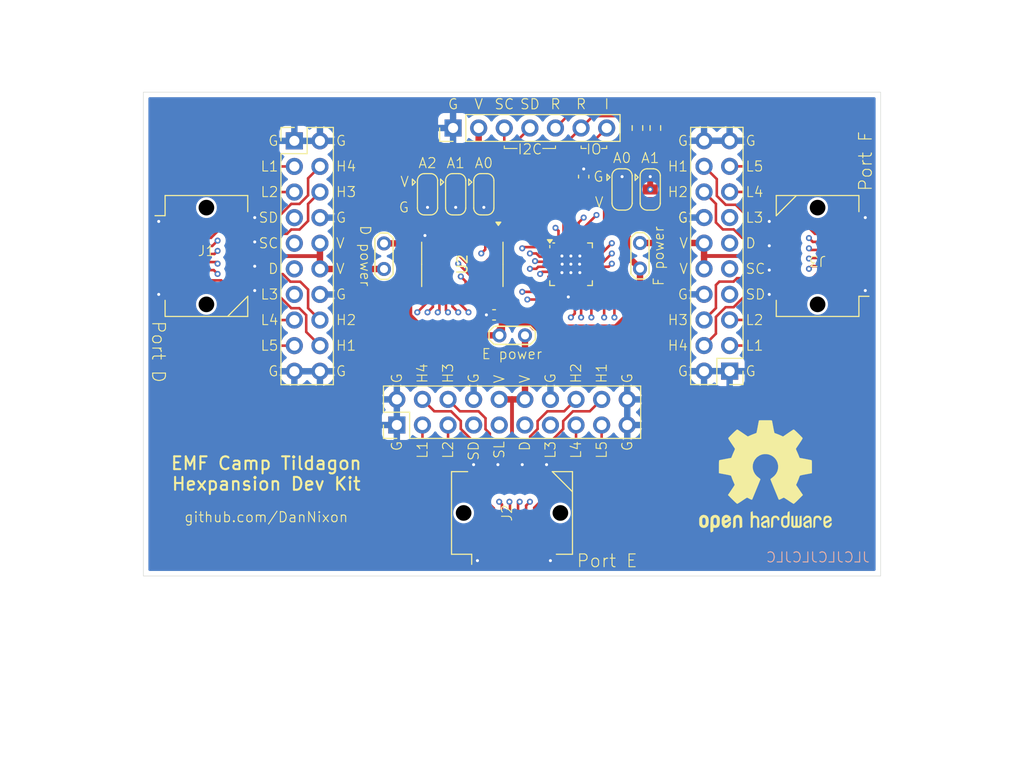
<source format=kicad_pcb>
(kicad_pcb (version 20240108) (generator "pcbnew") (generator_version "8.0")
  (layers (0 "F.Cu" signal) (1 "In1.Cu" signal) (2 "In2.Cu" signal) (31 "B.Cu" signal) (34 "B.Paste" user) (35 "F.Paste" user) (36 "B.SilkS" user "B.Silkscreen") (37 "F.SilkS" user "F.Silkscreen") (38 "B.Mask" user) (39 "F.Mask" user) (44 "Edge.Cuts" user))
  (net 0 "")
  (net 1 "GND")
  (net 2 "/PORT_D_3V3")
  (net 3 "/PORT_D_LS_1")
  (net 4 "/PORT_D_HS_4")
  (net 5 "/PORT_D_LS_3")
  (net 6 "/PORT_D_DET")
  (net 7 "/PORT_D_SDA")
  (net 8 "/PORT_D_HS_1")
  (net 9 "/PORT_D_HS_2")
  (net 10 "/PORT_D_LS_4")
  (net 11 "/PORT_D_HS_3")
  (net 12 "/PORT_D_LS_5")
  (net 13 "/PORT_D_LS_2")
  (net 14 "/PORT_D_SCL")
  (net 15 "/PORT_E_3V3")
  (net 16 "/PORT_E_HS_3")
  (net 17 "/PORT_E_LS_5")
  (net 18 "/PORT_E_LS_4")
  (net 19 "/PORT_E_LS_1")
  (net 20 "/PORT_E_LS_3")
  (net 21 "/PORT_E_HS_2")
  (net 22 "/PORT_E_HS_4")
  (net 23 "/PORT_E_SDA")
  (net 24 "/PORT_E_SCL")
  (net 25 "/PORT_E_DET")
  (net 26 "/PORT_E_HS_1")
  (net 27 "/PORT_E_LS_2")
  (net 28 "/PORT_F_HS_2")
  (net 29 "/PORT_F_3V3")
  (net 30 "/PORT_F_LS_2")
  (net 31 "/PORT_F_SCL")
  (net 32 "/PORT_F_LS_4")
  (net 33 "/PORT_F_LS_1")
  (net 34 "/PORT_F_HS_1")
  (net 35 "/PORT_F_HS_3")
  (net 36 "/PORT_F_HS_4")
  (net 37 "/PORT_F_LS_5")
  (net 38 "/PORT_F_LS_3")
  (net 39 "/PORT_F_SDA")
  (net 40 "/PORT_F_DET")
  (net 41 "/SDA")
  (net 42 "/SCL")
  (net 43 "/I2C_MUX_RST")
  (net 44 "+3V3")
  (net 45 "/IO_MUX_RST")
  (net 46 "/IO_MUX_INT")
  (net 47 "/IO_MUX_A0")
  (net 48 "/IO_MUX_A1")
  (net 49 "/I2C_MUX_A0")
  (net 50 "/I2C_MUX_A1")
  (net 51 "/I2C_MUX_A2")
  (net 53 "/SYS_SCL")
  (net 54 "/SYS_SDA")
  (footprint "TestPoint:TestPoint_2Pads_Pitch2.54mm_Drill0.8mm" (layer "F.Cu") (at 125.75 84.074)
    (property "Reference" "JP7" (hide yes))
    (property "Value" "Jumper_2_Open")
  )
  (footprint "Package_DFN_QFN:QFN-24-1EP_4x4mm_P0.5mm_EP2.7x2.6mm" (layer "F.Cu") (at 132.862 77.019)
    (property "Reference" "U1" (hide yes))
    (property "Value" "AW9523B")
  )
  (footprint "Capacitor_SMD:C_0603_1608Metric" (layer "F.Cu") (at 125.222 82.042 180)
    (property "Reference" "C2" (hide yes))
    (property "Value" "100nF")
  )
  (footprint "Resistor_SMD:R_0603_1608Metric" (layer "F.Cu") (at 139.446 63.5 90)
    (property "Reference" "R1" (hide yes))
    (property "Value" "R")
  )
  (footprint "Jumper:SolderJumper-3_P1.3mm_Bridged12_RoundedPad1.0x1.5mm" (layer "F.Cu") (at 121.412 70.074 -90)
    (property "Reference" "JP4" (hide yes))
    (property "Value" "SolderJumper_3_Bridged12")
  )
  (footprint "Jumper:SolderJumper-3_P1.3mm_Bridged12_RoundedPad1.0x1.5mm" (layer "F.Cu") (at 124.206 70.074 -90)
    (property "Reference" "JP3" (hide yes))
    (property "Value" "SolderJumper_3_Bridged12")
  )
  (footprint "Jumper:SolderJumper-3_P1.3mm_Bridged12_RoundedPad1.0x1.5mm" (layer "F.Cu") (at 140.716 69.596 -90)
    (property "Reference" "JP2" (hide yes))
    (property "Value" "SolderJumper_3_Bridged12")
  )
  (footprint "Package_SO:TSSOP-24_4.4x7.8mm_P0.65mm" (layer "F.Cu") (at 122.073 77.0305 -90)
    (property "Reference" "U2")
    (property "Value" "TCA9548APWR")
  )
  (footprint "tildagon:SFP" (layer "F.Cu") (at 127 101.694 90)
    (property "Reference" "J2")
    (property "Value" "Conn_02x10_Counter_Clockwise")
  )
  (footprint "Capacitor_SMD:C_0603_1608Metric" (layer "F.Cu") (at 134.112 68.326 90)
    (property "Reference" "C1" (hide yes))
    (property "Value" "100nF")
  )
  (footprint "Connector_PinHeader_2.54mm:PinHeader_1x07_P2.54mm_Vertical" (layer "F.Cu") (at 121.153 63.5 90)
    (property "Reference" "J4" (hide yes))
    (property "Value" "Conn_01x07")
  )
  (footprint "Resistor_SMD:R_0603_1608Metric" (layer "F.Cu") (at 141.224 63.5 90)
    (property "Reference" "R2" (hide yes))
    (property "Value" "R")
  )
  (footprint "tildagon:SFP" (layer "F.Cu") (at 96.68 76.2)
    (property "Reference" "J1")
    (property "Value" "Conn_02x10_Counter_Clockwise")
  )
  (footprint "Jumper:SolderJumper-3_P1.3mm_Bridged12_RoundedPad1.0x1.5mm" (layer "F.Cu") (at 137.922 69.596 -90)
    (property "Reference" "JP1" (hide yes))
    (property "Value" "SolderJumper_3_Bridged12")
  )
  (footprint "Connector_PinHeader_2.54mm:PinHeader_2x10_P2.54mm_Vertical" (layer "F.Cu") (at 148.595 87.625 180)
    (property "Reference" "J7" (hide yes))
    (property "Value" "Conn_02x10_Odd_Even")
  )
  (footprint "Connector_PinHeader_2.54mm:PinHeader_2x10_P2.54mm_Vertical" (layer "F.Cu") (at 105.405 64.775)
    (property "Reference" "J5" (hide yes))
    (property "Value" "Conn_02x10_Odd_Even")
  )
  (footprint "TestPoint:TestPoint_2Pads_Pitch2.54mm_Drill0.8mm" (layer "F.Cu") (at 114.3 74.95 -90)
    (property "Reference" "JP6" (hide yes))
    (property "Value" "Jumper_2_Open")
  )
  (footprint "TestPoint:TestPoint_2Pads_Pitch2.54mm_Drill0.8mm" (layer "F.Cu") (at 139.7 77.45 90)
    (property "Reference" "JP8" (hide yes))
    (property "Value" "Jumper_2_Open")
  )
  (footprint "tildagon:SFP" (layer "F.Cu") (at 157.32 76.2 180)
    (property "Reference" "J3")
    (property "Value" "Conn_02x10_Counter_Clockwise")
  )
  (footprint "Connector_PinHeader_2.54mm:PinHeader_2x10_P2.54mm_Vertical" (layer "F.Cu") (at 115.575 92.969 90)
    (property "Reference" "J6" (hide yes))
    (property "Value" "Conn_02x10_Odd_Even")
  )
  (footprint "Symbol:OSHW-Logo2_14.6x12mm_SilkScreen" (layer "F.Cu") (at 152.146 98.044)
    (property "Reference" "REF**" (hide yes))
    (property "Value" "OSHW-Logo2_14.6x12mm_SilkScreen" (hide yes))
  )
  (footprint "Jumper:SolderJumper-3_P1.3mm_Bridged12_RoundedPad1.0x1.5mm" (layer "F.Cu") (at 118.618 70.074 -90)
    (property "Reference" "JP5" (hide yes))
    (property "Value" "SolderJumper_3_Bridged12")
  )
  (gr_line (start 131.318 65.532) (end 131.318 65.278) (stroke (width 0.1)) (layer "F.SilkS"))
  (gr_line (start 136.398 65.532) (end 136.398 65.278) (stroke (width 0.1)) (layer "F.SilkS"))
  (gr_line (start 135.89 65.532) (end 136.398 65.532) (stroke (width 0.1)) (layer "F.SilkS"))
  (gr_line (start 127.508 65.532) (end 126.238 65.532) (stroke (width 0.1)) (layer "F.SilkS"))
  (gr_line (start 133.858 65.532) (end 133.858 65.278) (stroke (width 0.1)) (layer "F.SilkS"))
  (gr_line (start 126.238 65.532) (end 126.238 65.278) (stroke (width 0.1)) (layer "F.SilkS"))
  (gr_line (start 130.048 65.532) (end 131.318 65.532) (stroke (width 0.1)) (layer "F.SilkS"))
  (gr_line (start 134.366 65.532) (end 133.858 65.532) (stroke (width 0.1)) (layer "F.SilkS"))
  (gr_rect (start 90.424 59.944) (end 163.576 107.95) (stroke (width 0.05)) (fill none) (layer "Edge.Cuts"))
  (gr_text "JLCJLCJLCJLC" (at 162.56 106.68 0) (layer "B.SilkS") (effects (font (size 1 1) (thickness 0.1)) (justify left bottom mirror)))
  (gr_text "R" (at 133.858 61.722 0) (layer "F.SilkS") (effects (font (size 1 1) (thickness 0.1)) (justify bottom)))
  (gr_text "H1" (at 135.89 88.9 90) (layer "F.SilkS") (effects (font (size 1 1) (thickness 0.1)) (justify left)))
  (gr_text "L4" (at 150.114 69.85 0) (layer "F.SilkS") (effects (font (size 1 1) (thickness 0.1)) (justify left)))
  (gr_text "R" (at 131.318 61.722 0) (layer "F.SilkS") (effects (font (size 1 1) (thickness 0.1)) (justify bottom)))
  (gr_text "L4" (at 103.886 82.55 0) (layer "F.SilkS") (effects (font (size 1 1) (thickness 0.1)) (justify right)))
  (gr_text "SL" (at 125.73 94.488 90) (layer "F.SilkS") (effects (font (size 1 1) (thickness 0.1)) (justify right)))
  (gr_text "V" (at 116.84 68.834 0) (layer "F.SilkS") (effects (font (size 1 1) (thickness 0.1)) (justify right)))
  (gr_text "H2" (at 109.474 82.55 0) (layer "F.SilkS") (effects (font (size 1 1) (thickness 0.1)) (justify left)))
  (gr_text "D" (at 128.27 94.488 90) (layer "F.SilkS") (effects (font (size 1 1) (thickness 0.1)) (justify right)))
  (gr_text "SD" (at 103.886 72.39 0) (layer "F.SilkS") (effects (font (size 1 1) (thickness 0.1)) (justify right)))
  (gr_text "D" (at 150.114 74.93 0) (layer "F.SilkS") (effects (font (size 1 1) (thickness 0.1)) (justify left)))
  (gr_text "SC" (at 103.886 74.93 0) (layer "F.SilkS") (effects (font (size 1 1) (thickness 0.1)) (justify right)))
  (gr_text "Port D" (at 91.186 82.55 270) (layer "F.SilkS") (effects (font (size 1.27 1.27) (thickness 0.1016)) (justify left bottom)))
  (gr_text "A2" (at 118.618 67.564 0) (layer "F.SilkS") (effects (font (size 1 1) (thickness 0.1)) (justify bottom)))
  (gr_text "V" (at 144.526 77.47 0) (layer "F.SilkS") (effects (font (size 1 1) (thickness 0.1)) (justify right)))
  (gr_text "E power" (at 127 85.344 0) (layer "F.SilkS") (effects (font (size 1 1) (thickness 0.1)) (justify top)))
  (gr_text "G" (at 144.526 80.01 0) (layer "F.SilkS") (effects (font (size 1 1) (thickness 0.1)) (justify right)))
  (gr_text "Port F" (at 162.814 69.85 90) (layer "F.SilkS") (effects (font (size 1.27 1.27) (thickness 0.1016)) (justify left bottom)))
  (gr_text "A1" (at 140.716 67.056 0) (layer "F.SilkS") (effects (font (size 1 1) (thickness 0.1)) (justify bottom)))
  (gr_text "H4" (at 144.526 85.09 0) (layer "F.SilkS") (effects (font (size 1 1) (thickness 0.1)) (justify right)))
  (gr_text "L2" (at 150.114 82.55 0) (layer "F.SilkS") (effects (font (size 1 1) (thickness 0.1)) (justify left)))
  (gr_text "G" (at 150.114 87.63 0) (layer "F.SilkS") (effects (font (size 1 1) (thickness 0.1)) (justify left)))
  (gr_text "G" (at 116.84 71.374 0) (layer "F.SilkS") (effects (font (size 1 1) (thickness 0.1)) (justify right)))
  (gr_text "G" (at 103.886 64.77 0) (layer "F.SilkS") (effects (font (size 1 1) (thickness 0.1)) (justify right)))
  (gr_text "A0" (at 137.922 67.056 0) (layer "F.SilkS") (effects (font (size 1 1) (thickness 0.1)) (justify bottom)))
  (gr_text "V" (at 109.474 77.47 0) (layer "F.SilkS") (effects (font (size 1 1) (thickness 0.1)) (justify left)))
  (gr_text "SC" (at 126.238 61.722 0) (layer "F.SilkS") (effects (font (size 1 1) (thickness 0.1)) (justify bottom)))
  (gr_text "L3" (at 150.114 72.39 0) (layer "F.SilkS") (effects (font (size 1 1) (thickness 0.1)) (justify left)))
  (gr_text "D" (at 103.886 77.47 0) (layer "F.SilkS") (effects (font (size 1 1) (thickness 0.1)) (justify right)))
  (gr_text "SD" (at 128.778 61.722 0) (layer "F.SilkS") (effects (font (size 1 1) (thickness 0.1)) (justify bottom)))
  (gr_text "SC" (at 150.114 77.47 0) (layer "F.SilkS") (effects (font (size 1 1) (thickness 0.1)) (justify left)))
  (gr_text "L5" (at 150.114 67.31 0) (layer "F.SilkS") (effects (font (size 1 1) (thickness 0.1)) (justify left)))
  (gr_text "G" (at 130.81 88.9 90) (layer "F.SilkS") (effects (font (size 1 1) (thickness 0.1)) (justify left)))
  (gr_text "G" (at 103.886 87.63 0) (layer "F.SilkS") (effects (font (size 1 1) (thickness 0.1)) (justify right)))
  (gr_text "G" (at 144.526 72.39 0) (layer "F.SilkS") (effects (font (size 1 1) (thickness 0.1)) (justify right)))
  (gr_text "L5" (at 103.886 85.09 0) (layer "F.SilkS") (effects (font (size 1 1) (thickness 0.1)) (justify right)))
  (gr_text "IO" (at 135.128 65.024 0) (layer "F.SilkS") (effects (font (size 1 1) (thickness 0.1)) (justify top)))
  (gr_text "V" (at 109.474 74.93 0) (layer "F.SilkS") (effects (font (size 1 1) (thickness 0.1)) (justify left)))
  (gr_text "V" (at 144.526 74.93 0) (layer "F.SilkS") (effects (font (size 1 1) (thickness 0.1)) (justify right)))
  (gr_text "G" (at 109.474 87.63 0) (layer "F.SilkS") (effects (font (size 1 1) (thickness 0.1)) (justify left)))
  (gr_text "H3" (at 144.526 82.55 0) (layer "F.SilkS") (effects (font (size 1 1) (thickness 0.1)) (justify right)))
  (gr_text "SD" (at 150.114 80.01 0) (layer "F.SilkS") (effects (font (size 1 1) (thickness 0.1)) (justify left)))
  (gr_text "L1" (at 103.886 67.31 0) (layer "F.SilkS") (effects (font (size 1 1) (thickness 0.1)) (justify right)))
  (gr_text "G" (at 144.526 64.77 0) (layer "F.SilkS") (effects (font (size 1 1) (thickness 0.1)) (justify right)))
  (gr_text "L2" (at 120.65 94.488 90) (layer "F.SilkS") (effects (font (size 1 1) (thickness 0.1)) (justify right)))
  (gr_text "G" (at 115.57 94.488 90) (layer "F.SilkS") (effects (font (size 1 1) (thickness 0.1)) (justify right)))
  (gr_text "L1" (at 150.114 85.09 0) (layer "F.SilkS") (effects (font (size 1 1) (thickness 0.1)) (justify left)))
  (gr_text "H3" (at 109.474 69.85 0) (layer "F.SilkS") (effects (font (size 1 1) (thickness 0.1)) (justify left)))
  (gr_text "G" (at 150.114 64.77 0) (layer "F.SilkS") (effects (font (size 1 1) (thickness 0.1)) (justify left)))
  (gr_text "H1" (at 109.474 85.09 0) (layer "F.SilkS") (effects (font (size 1 1) (thickness 0.1)) (justify left)))
  (gr_text "G" (at 109.474 64.77 0) (layer "F.SilkS") (effects (font (size 1 1) (thickness 0.1)) (justify left)))
  (gr_text "L5" (at 135.89 94.488 90) (layer "F.SilkS") (effects (font (size 1 1) (thickness 0.1)) (justify right)))
  (gr_text "github.com/DanNixon" (at 102.616 102.108 0) (layer "F.SilkS") (effects (font (size 1 1) (thickness 0.1))))
  (gr_text "L2" (at 103.886 69.85 0) (layer "F.SilkS") (effects (font (size 1 1) (thickness 0.1)) (justify right)))
  (gr_text "H1" (at 144.526 67.31 0) (layer "F.SilkS") (effects (font (size 1 1) (thickness 0.1)) (justify right)))
  (gr_text "V" (at 123.698 61.722 0) (layer "F.SilkS") (effects (font (size 1 1) (thickness 0.1)) (justify bottom)))
  (gr_text "V" (at 136.144 70.866 0) (layer "F.SilkS") (effects (font (size 1 1) (thickness 0.1)) (justify right)))
  (gr_text "G" (at 109.474 72.39 0) (layer "F.SilkS") (effects (font (size 1 1) (thickness 0.1)) (justify left)))
  (gr_text "H2" (at 133.35 88.9 90) (layer "F.SilkS") (effects (font (size 1 1) (thickness 0.1)) (justify left)))
  (gr_text "A1" (at 121.412 67.564 0) (layer "F.SilkS") (effects (font (size 1 1) (thickness 0.1)) (justify bottom)))
  (gr_text "SD" (at 123.19 94.488 90) (layer "F.SilkS") (effects (font (size 1 1) (thickness 0.1)) (justify right)))
  (gr_text "G" (at 138.43 94.488 90) (layer "F.SilkS") (effects (font (size 1 1) (thickness 0.1)) (justify right)))
  (gr_text "I" (at 136.398 61.722 0) (layer "F.SilkS") (effects (font (size 1 1) (thickness 0.1)) (justify bottom)))
  (gr_text "G" (at 121.158 61.722 0) (layer "F.SilkS") (effects (font (size 1 1) (thickness 0.1)) (justify bottom)))
  (gr_text "G" (at 115.57 88.9 90) (layer "F.SilkS") (effects (font (size 1 1) (thickness 0.1)) (justify left)))
  (gr_text "H2" (at 144.526 69.85 0) (layer "F.SilkS") (effects (font (size 1 1) (thickness 0.1)) (justify right)))
  (gr_text "L3" (at 130.81 94.488 90) (layer "F.SilkS") (effects (font (size 1 1) (thickness 0.1)) (justify right)))
  (gr_text "L3" (at 103.886 80.01 0) (layer "F.SilkS") (effects (font (size 1 1) (thickness 0.1)) (justify right)))
  (gr_text "G" (at 136.144 68.326 0) (layer "F.SilkS") (effects (font (size 1 1) (thickness 0.1)) (justify right)))
  (gr_text "G" (at 144.526 72.39 0) (layer "F.SilkS") (effects (font (size 1 1) (thickness 0.1)) (justify right)))
  (gr_text "F power" (at 140.97 76.2 90) (layer "F.SilkS") (effects (font (size 1 1) (thickness 0.1)) (justify top)))
  (gr_text "V" (at 125.73 88.9 90) (layer "F.SilkS") (effects (font (size 1 1) (thickness 0.1)) (justify left)))
  (gr_text "H4" (at 118.11 88.9 90) (layer "F.SilkS") (effects (font (size 1 1) (thickness 0.1)) (justify left)))
  (gr_text "G" (at 138.43 88.9 90) (layer "F.SilkS") (effects (font (size 1 1) (thickness 0.1)) (justify left)))
  (gr_text "G" (at 123.19 88.9 90) (layer "F.SilkS") (effects (font (size 1 1) (thickness 0.1)) (justify left)))
  (gr_text "H4" (at 109.474 67.31 0) (layer "F.SilkS") (effects (font (size 1 1) (thickness 0.1)) (justify left)))
  (gr_text "H3" (at 120.65 88.9 90) (layer "F.SilkS") (effects (font (size 1 1) (thickness 0.1)) (justify left)))
  (gr_text "Port E" (at 133.35 107.188 0) (layer "F.SilkS") (effects (font (size 1.27 1.27) (thickness 0.1016)) (justify left bottom)))
  (gr_text "A0" (at 124.206 67.564 0) (layer "F.SilkS") (effects (font (size 1 1) (thickness 0.1)) (justify bottom)))
  (gr_text "G" (at 144.526 87.63 0) (layer "F.SilkS") (effects (font (size 1 1) (thickness 0.1)) (justify right)))
  (gr_text "D power" (at 113.03 76.2 -90) (layer "F.SilkS") (effects (font (size 1 1) (thickness 0.1)) (justify top)))
  (gr_text "EMF Camp Tildagon\nHexpansion Dev Kit" (at 102.616 97.79 0) (layer "F.SilkS") (effects (font (size 1.27 1.27) (thickness 0.2032))))
  (gr_text "G" (at 109.474 80.01 0) (layer "F.SilkS") (effects (font (size 1 1) (thickness 0.1)) (justify left)))
  (gr_text "I2C" (at 128.778 65.024 0) (layer "F.SilkS") (effects (font (size 1 1) (thickness 0.1)) (justify top)))
  (gr_text "V" (at 128.27 88.9 90) (layer "F.SilkS") (effects (font (size 1 1) (thickness 0.1)) (justify left)))
  (gr_text "L1" (at 118.11 94.488 90) (layer "F.SilkS") (effects (font (size 1 1) (thickness 0.1)) (justify right)))
  (gr_text "L4" (at 133.35 94.488 90) (layer "F.SilkS") (effects (font (size 1 1) (thickness 0.1)) (justify right)))
  (segment (start 132.612 80.24) (end 132.588 80.264) (width 0.254) (layer "F.Cu") (net 1))
  (segment (start 132.612 78.994) (end 132.612 80.24) (width 0.254) (layer "F.Cu") (net 1))
  (via (at 128.016 96.901) (size 0.6) (drill 0.3) (layers "F.Cu" "B.Cu") (net 1))
  (via (at 131.953 77.851) (size 0.6) (drill 0.3) (layers "F.Cu" "B.Cu") (net 1))
  (via (at 152.527 75.184) (size 0.6) (drill 0.3) (layers "F.Cu" "B.Cu") (net 1))
  (via (at 118.618 71.374) (size 0.6) (drill 0.3) (layers "F.Cu" "B.Cu") (net 1))
  (via (at 130.81 106.426) (size 0.6) (drill 0.3) (layers "F.Cu" "B.Cu") (net 1))
  (via (at 124.46 82.042) (size 0.6) (drill 0.3) (layers "F.Cu" "B.Cu") (net 1))
  (via (at 131.953 76.2) (size 0.6) (drill 0.3) (layers "F.Cu" "B.Cu") (net 1))
  (via (at 140.716 68.326) (size 0.6) (drill 0.3) (layers "F.Cu" "B.Cu") (net 1))
  (via (at 132.842 76.2) (size 0.6) (drill 0.3) (layers "F.Cu" "B.Cu") (net 1))
  (via (at 91.948 80.01) (size 0.6) (drill 0.3) (layers "F.Cu" "B.Cu") (net 1))
  (via (at 137.922 68.326) (size 0.6) (drill 0.3) (layers "F.Cu" "B.Cu") (net 1))
  (via (at 121.412 71.374) (size 0.6) (drill 0.3) (layers "F.Cu" "B.Cu") (net 1))
  (via (at 133.7056 77.0128) (size 0.6) (drill 0.3) (layers "F.Cu" "B.Cu") (net 1))
  (via (at 101.473 72.39) (size 0.6) (drill 0.3) (layers "F.Cu" "B.Cu") (net 1))
  (via (at 132.588 80.264) (size 0.6) (drill 0.3) (layers "F.Cu" "B.Cu") (net 1))
  (via (at 118.364 74.168) (size 0.6) (drill 0.3) (layers "F.Cu" "B.Cu") (net 1))
  (via (at 101.473 77.216) (size 0.6) (drill 0.3) (layers "F.Cu" "B.Cu") (net 1))
  (via (at 101.473 79.629) (size 0.6) (drill 0.3) (layers "F.Cu" "B.Cu") (net 1))
  (via (at 123.571 106.426) (size 0.6) (drill 0.3) (layers "F.Cu" "B.Cu") (net 1))
  (via (at 152.527 72.771) (size 0.6) (drill 0.3) (layers "F.Cu" "B.Cu") (net 1))
  (via (at 91.948 72.771) (size 0.6) (drill 0.3) (layers "F.Cu" "B.Cu") (net 1))
  (via (at 132.842 77.851) (size 0.6) (drill 0.3) (layers "F.Cu" "B.Cu") (net 1))
  (via (at 123.19 96.901) (size 0.6) (drill 0.3) (layers "F.Cu" "B.Cu") (net 1))
  (via (at 101.473 74.803) (size 0.6) (drill 0.3) (layers "F.Cu" "B.Cu") (net 1))
  (via (at 132.842 77.0128) (size 0.6) (drill 0.3) (layers "F.Cu" "B.Cu") (net 1))
  (via (at 130.429 96.901) (size 0.6) (drill 0.3) (layers "F.Cu" "B.Cu") (net 1))
  (via (at 162.052 79.629) (size 0.6) (drill 0.3) (layers "F.Cu" "B.Cu") (net 1))
  (via (at 162.052 72.39) (size 0.6) (drill 0.3) (layers "F.Cu" "B.Cu") (net 1))
  (via (at 125.603 96.901) (size 0.6) (drill 0.3) (layers "F.Cu" "B.Cu") (net 1))
  (via (at 124.206 71.374) (size 0.6) (drill 0.3) (layers "F.Cu" "B.Cu") (net 1))
  (via (at 133.731 76.2) (size 0.6) (drill 0.3) (layers "F.Cu" "B.Cu") (net 1))
  (via (at 152.527 77.597) (size 0.6) (drill 0.3) (layers "F.Cu" "B.Cu") (net 1))
  (via (at 152.527 80.01) (size 0.6) (drill 0.3) (layers "F.Cu" "B.Cu") (net 1))
  (via (at 131.9784 77.0128) (size 0.6) (drill 0.3) (layers "F.Cu" "B.Cu") (net 1))
  (via (at 134.112 67.564) (size 0.6) (drill 0.3) (layers "F.Cu" "B.Cu") (net 1))
  (via (at 133.731 77.851) (size 0.6) (drill 0.3) (layers "F.Cu" "B.Cu") (net 1))
  (segment (start 100.97 76.21) (end 100.78 76.4) (width 0.381) (layer "F.Cu") (net 2))
  (segment (start 107.945 76.21) (end 100.97 76.21) (width 0.381) (layer "F.Cu") (net 2))
  (segment (start 107.96 77.49) (end 107.945 77.475) (width 0.635) (layer "F.Cu") (net 2))
  (segment (start 114.3 77.49) (end 107.96 77.49) (width 0.635) (layer "F.Cu") (net 2))
  (segment (start 100.78 75.6) (end 100.78 76.4) (width 0.508) (layer "F.Cu") (net 2))
  (segment (start 107.945 74.935) (end 107.945 77.475) (width 0.635) (layer "F.Cu") (net 2))
  (segment (start 130.887 75.769) (end 130.437 75.319) (width 0.254) (layer "F.Cu") (net 3))
  (segment (start 97.29526 73.6) (end 103.58026 67.315) (width 0.254) (layer "F.Cu") (net 3))
  (segment (start 130.437 75.319) (end 128.135 75.319) (width 0.254) (layer "F.Cu") (net 3))
  (segment (start 103.58026 67.315) (end 105.405 67.315) (width 0.254) (layer "F.Cu") (net 3))
  (segment (start 92.58 73.6) (end 97.29526 73.6) (width 0.254) (layer "F.Cu") (net 3))
  (segment (start 128.135 75.319) (end 128.016 75.438) (width 0.254) (layer "F.Cu") (net 3))
  (via (at 128.016 75.438) (size 0.6) (drill 0.3) (layers "F.Cu" "B.Cu") (net 3))
  (segment (start 106.768 70.182) (end 106.768 68.492) (width 0.254) (layer "F.Cu") (net 4))
  (segment (start 102.93547 73.2) (end 105.10347 71.032) (width 0.254) (layer "F.Cu") (net 4))
  (segment (start 105.10347 71.032) (end 105.918 71.032) (width 0.254) (layer "F.Cu") (net 4))
  (segment (start 100.78 73.2) (end 102.93547 73.2) (width 0.254) (layer "F.Cu") (net 4))
  (segment (start 106.768 68.492) (end 107.945 67.315) (width 0.254) (layer "F.Cu") (net 4))
  (segment (start 105.918 71.032) (end 106.768 70.182) (width 0.254) (layer "F.Cu") (net 4))
  (segment (start 130.887 76.769) (end 129.347 76.769) (width 0.254) (layer "F.Cu") (net 5))
  (segment (start 97.412 77.6) (end 97.79 77.978) (width 0.254) (layer "F.Cu") (net 5))
  (segment (start 129.347 76.769) (end 129.286 76.708) (width 0.254) (layer "F.Cu") (net 5))
  (segment (start 92.58 77.6) (end 97.412 77.6) (width 0.254) (layer "F.Cu") (net 5))
  (via (at 129.286 76.708) (size 0.6) (drill 0.3) (layers "F.Cu" "B.Cu") (net 5))
  (via (at 97.79 77.978) (size 0.6) (drill 0.3) (layers "F.Cu" "B.Cu") (net 5))
  (segment (start 97.628 76.8) (end 97.79 76.962) (width 0.254) (layer "F.Cu") (net 6))
  (segment (start 92.58 76.8) (end 97.628 76.8) (width 0.254) (layer "F.Cu") (net 6))
  (via (at 97.79 76.962) (size 0.6) (drill 0.3) (layers "F.Cu" "B.Cu") (net 6))
  (segment (start 92.58 75.2) (end 97.266 75.2) (width 0.254) (layer "F.Cu") (net 7))
  (segment (start 118.498 79.893) (end 118.498 80.892) (width 0.254) (layer "F.Cu") (net 7))
  (segment (start 97.266 75.2) (end 97.79 74.676) (width 0.254) (layer "F.Cu") (net 7))
  (segment (start 118.498 80.892) (end 117.602 81.788) (width 0.254) (layer "F.Cu") (net 7))
  (via (at 97.79 74.676) (size 0.6) (drill 0.3) (layers "F.Cu" "B.Cu") (net 7))
  (via (at 117.602 81.788) (size 0.6) (drill 0.3) (layers "F.Cu" "B.Cu") (net 7))
  (segment (start 106.582 83.732) (end 107.945 85.095) (width 0.254) (layer "F.Cu") (net 8))
  (segment (start 100.78 78.8) (end 102.52547 78.8) (width 0.254) (layer "F.Cu") (net 8))
  (segment (start 106.582 82.06747) (end 106.582 83.732) (width 0.254) (layer "F.Cu") (net 8))
  (segment (start 102.52547 78.8) (end 105.10347 81.378) (width 0.254) (layer "F.Cu") (net 8))
  (segment (start 105.89253 81.378) (end 106.582 82.06747) (width 0.254) (layer "F.Cu") (net 8))
  (segment (start 105.10347 81.378) (end 105.89253 81.378) (width 0.254) (layer "F.Cu") (net 8))
  (segment (start 105.99053 78.75) (end 106.768 79.52747) (width 0.254) (layer "F.Cu") (net 9))
  (segment (start 104.26547 78) (end 105.01547 78.75) (width 0.254) (layer "F.Cu") (net 9))
  (segment (start 106.768 81.378) (end 107.945 82.555) (width 0.254) (layer "F.Cu") (net 9))
  (segment (start 100.78 78) (end 104.26547 78) (width 0.254) (layer "F.Cu") (net 9))
  (segment (start 106.768 79.52747) (end 106.768 81.378) (width 0.254) (layer "F.Cu") (net 9))
  (segment (start 105.01547 78.75) (end 105.99053 78.75) (width 0.254) (layer "F.Cu") (net 9))
  (segment (start 129.611712 77.269) (end 129.410712 77.47) (width 0.254) (layer "F.Cu") (net 10))
  (segment (start 130.887 77.269) (end 129.611712 77.269) (width 0.254) (layer "F.Cu") (net 10))
  (segment (start 102.092312 82.555) (end 105.405 82.555) (width 0.254) (layer "F.Cu") (net 10))
  (segment (start 129.410712 77.47) (end 128.778 77.47) (width 0.254) (layer "F.Cu") (net 10))
  (segment (start 92.58 78.4) (end 92.795 78.615) (width 0.254) (layer "F.Cu") (net 10))
  (segment (start 92.795 78.615) (end 98.152312 78.615) (width 0.254) (layer "F.Cu") (net 10))
  (segment (start 98.152312 78.615) (end 102.092312 82.555) (width 0.254) (layer "F.Cu") (net 10))
  (via (at 128.778 77.47) (size 0.6) (drill 0.3) (layers "F.Cu" "B.Cu") (net 10))
  (segment (start 100.78 74) (end 104.67547 74) (width 0.254) (layer "F.Cu") (net 11))
  (segment (start 106.768 72.722) (end 106.768 71.032) (width 0.254) (layer "F.Cu") (net 11))
  (segment (start 105.918 73.572) (end 106.768 72.722) (width 0.254) (layer "F.Cu") (net 11))
  (segment (start 105.10347 73.572) (end 105.918 73.572) (width 0.254) (layer "F.Cu") (net 11))
  (segment (start 104.67547 74) (end 105.10347 73.572) (width 0.254) (layer "F.Cu") (net 11))
  (segment (start 106.768 71.032) (end 107.945 69.855) (width 0.254) (layer "F.Cu") (net 11))
  (segment (start 92.58 79.2) (end 98.09526 79.2) (width 0.254) (layer "F.Cu") (net 12))
  (segment (start 98.09526 79.2) (end 103.99026 85.095) (width 0.254) (layer "F.Cu") (net 12))
  (segment (start 130.003 77.769) (end 129.794 77.978) (width 0.254) (layer "F.Cu") (net 12))
  (segment (start 103.99026 85.095) (end 105.405 85.095) (width 0.254) (layer "F.Cu") (net 12))
  (segment (start 130.887 77.769) (end 130.003 77.769) (width 0.254) (layer "F.Cu") (net 12))
  (via (at 129.794 77.978) (size 0.6) (drill 0.3) (layers "F.Cu" "B.Cu") (net 12))
  (segment (start 97.137312 74.4) (end 101.682312 69.855) (width 0.254) (layer "F.Cu") (net 13))
  (segment (start 129.410712 75.946) (end 128.778 75.946) (width 0.254) (layer "F.Cu") (net 13))
  (segment (start 101.682312 69.855) (end 105.405 69.855) (width 0.254) (layer "F.Cu") (net 13))
  (segment (start 92.58 74.4) (end 97.137312 74.4) (width 0.254) (layer "F.Cu") (net 13))
  (segment (start 129.733712 76.269) (end 129.410712 75.946) (width 0.254) (layer "F.Cu") (net 13))
  (segment (start 130.887 76.269) (end 129.733712 76.269) (width 0.254) (layer "F.Cu") (net 13))
  (via (at 128.778 75.946) (size 0.6) (drill 0.3) (layers "F.Cu" "B.Cu") (net 13))
  (segment (start 92.58 76) (end 97.482 76) (width 0.254) (layer "F.Cu") (net 14))
  (segment (start 97.482 76) (end 97.79 75.692) (width 0.254) (layer "F.Cu") (net 14))
  (segment (start 119.148 79.893) (end 119.148 81.258) (width 0.254) (layer "F.Cu") (net 14))
  (segment (start 119.148 81.258) (end 118.618 81.788) (width 0.254) (layer "F.Cu") (net 14))
  (via (at 97.79 75.692) (size 0.6) (drill 0.3) (layers "F.Cu" "B.Cu") (net 14))
  (via (at 118.618 81.788) (size 0.6) (drill 0.3) (layers "F.Cu" "B.Cu") (net 14))
  (segment (start 127 90.429) (end 127 97.394) (width 0.381) (layer "F.Cu") (net 15))
  (segment (start 127 90.429) (end 125.735 90.429) (width 0.635) (layer "F.Cu") (net 15))
  (segment (start 126.4 97.594) (end 127.2 97.594) (width 0.508) (layer "F.Cu") (net 15))
  (segment (start 128.29 84.074) (end 128.29 90.414) (width 0.635) (layer "F.Cu") (net 15))
  (segment (start 127 97.394) (end 127.2 97.594) (width 0.381) (layer "F.Cu") (net 15))
  (segment (start 128.275 90.429) (end 127 90.429) (width 0.635) (layer "F.Cu") (net 15))
  (segment (start 128.29 90.414) (end 128.275 90.429) (width 0.635) (layer "F.Cu") (net 15))
  (segment (start 124.372 92.29547) (end 123.68253 91.606) (width 0.254) (layer "F.Cu") (net 16))
  (segment (start 123.68253 91.606) (end 121.832 91.606) (width 0.254) (layer "F.Cu") (net 16))
  (segment (start 124.8 97.594) (end 124.8 93.812) (width 0.254) (layer "F.Cu") (net 16))
  (segment (start 121.832 91.606) (end 120.655 90.429) (width 0.254) (layer "F.Cu") (net 16))
  (segment (start 124.8 93.812) (end 124.372 93.384) (width 0.254) (layer "F.Cu") (net 16))
  (segment (start 124.372 93.384) (end 124.372 92.29547) (width 0.254) (layer "F.Cu") (net 16))
  (segment (start 134.112 78.994) (end 134.874 79.756) (width 0.254) (layer "F.Cu") (net 17))
  (segment (start 130 101.020052) (end 135.895 95.125052) (width 0.254) (layer "F.Cu") (net 17))
  (segment (start 130 105.794) (end 130 101.020052) (width 0.254) (layer "F.Cu") (net 17))
  (segment (start 135.895 95.125052) (end 135.895 92.969) (width 0.254) (layer "F.Cu") (net 17))
  (segment (start 134.874 79.756) (end 134.874 82.296) (width 0.254) (layer "F.Cu") (net 17))
  (via (at 134.874 82.296) (size 0.6) (drill 0.3) (layers "F.Cu" "B.Cu") (net 17))
  (segment (start 133.355 97.023) (end 133.355 92.969) (width 0.254) (layer "F.Cu") (net 18))
  (segment (start 133.997052 92.969) (end 133.355 92.969) (width 0.254) (layer "F.Cu") (net 18))
  (segment (start 129.2 101.178) (end 133.355 97.023) (width 0.254) (layer "F.Cu") (net 18))
  (segment (start 133.612 79.759235) (end 133.858 80.005235) (width 0.254) (layer "F.Cu") (net 18))
  (segment (start 133.612 78.994) (end 133.612 79.759235) (width 0.254) (layer "F.Cu") (net 18))
  (segment (start 133.858 80.005235) (end 133.858 82.296) (width 0.254) (layer "F.Cu") (net 18))
  (segment (start 129.2 105.794) (end 129.2 101.178) (width 0.254) (layer "F.Cu") (net 18))
  (via (at 133.858 82.296) (size 0.6) (drill 0.3) (layers "F.Cu" "B.Cu") (net 18))
  (segment (start 124.4 105.794) (end 124.4 101.07874) (width 0.254) (layer "F.Cu") (net 19))
  (segment (start 118.115 94.79374) (end 118.115 92.969) (width 0.254) (layer "F.Cu") (net 19))
  (segment (start 131.612 78.994) (end 130.85 79.756) (width 0.254) (layer "F.Cu") (net 19))
  (segment (start 130.85 79.756) (end 128.016 79.756) (width 0.254) (layer "F.Cu") (net 19))
  (segment (start 124.4 101.07874) (end 118.115 94.79374) (width 0.254) (layer "F.Cu") (net 19))
  (via (at 128.016 79.756) (size 0.6) (drill 0.3) (layers "F.Cu" "B.Cu") (net 19))
  (segment (start 133.231 80.020288) (end 133.231 81.907) (width 0.254) (layer "F.Cu") (net 20))
  (segment (start 133.231 81.907) (end 132.842 82.296) (width 0.254) (layer "F.Cu") (net 20))
  (segment (start 128.4 100.962) (end 128.778 100.584) (width 0.254) (layer "F.Cu") (net 20))
  (segment (start 133.112 78.994) (end 133.112 79.901288) (width 0.254) (layer "F.Cu") (net 20))
  (segment (start 133.112 79.901288) (end 133.231 80.020288) (width 0.254) (layer "F.Cu") (net 20))
  (segment (start 128.4 105.794) (end 128.4 100.962) (width 0.254) (layer "F.Cu") (net 20))
  (via (at 128.778 100.584) (size 0.6) (drill 0.3) (layers "F.Cu" "B.Cu") (net 20))
  (via (at 132.842 82.296) (size 0.6) (drill 0.3) (layers "F.Cu" "B.Cu") (net 20))
  (segment (start 132.178 91.606) (end 133.355 90.429) (width 0.254) (layer "F.Cu") (net 21))
  (segment (start 128.8 94.10853) (end 129.54 93.36853) (width 0.254) (layer "F.Cu") (net 21))
  (segment (start 129.54 93.36853) (end 129.54 92.57947) (width 0.254) (layer "F.Cu") (net 21))
  (segment (start 130.51347 91.606) (end 132.178 91.606) (width 0.254) (layer "F.Cu") (net 21))
  (segment (start 129.54 92.57947) (end 130.51347 91.606) (width 0.254) (layer "F.Cu") (net 21))
  (segment (start 128.8 97.594) (end 128.8 94.10853) (width 0.254) (layer "F.Cu") (net 21))
  (segment (start 120.95653 91.606) (end 119.292 91.606) (width 0.254) (layer "F.Cu") (net 22))
  (segment (start 121.92 92.56947) (end 120.95653 91.606) (width 0.254) (layer "F.Cu") (net 22))
  (segment (start 124 97.594) (end 124 95.43853) (width 0.254) (layer "F.Cu") (net 22))
  (segment (start 124 95.43853) (end 121.92 93.35853) (width 0.254) (layer "F.Cu") (net 22))
  (segment (start 121.92 93.35853) (end 121.92 92.56947) (width 0.254) (layer "F.Cu") (net 22))
  (segment (start 119.292 91.606) (end 118.115 90.429) (width 0.254) (layer "F.Cu") (net 22))
  (segment (start 119.798 81.624) (end 119.634 81.788) (width 0.254) (layer "F.Cu") (net 23))
  (segment (start 119.798 79.893) (end 119.798 81.624) (width 0.254) (layer "F.Cu") (net 23))
  (segment (start 126 105.794) (end 126 100.854) (width 0.254) (layer "F.Cu") (net 23))
  (segment (start 126 100.854) (end 125.73 100.584) (width 0.254) (layer "F.Cu") (net 23))
  (via (at 119.634 81.788) (size 0.6) (drill 0.3) (layers "F.Cu" "B.Cu") (net 23))
  (via (at 125.73 100.584) (size 0.6) (drill 0.3) (layers "F.Cu" "B.Cu") (net 23))
  (segment (start 120.448 81.586) (end 120.65 81.788) (width 0.254) (layer "F.Cu") (net 24))
  (segment (start 126.8 105.794) (end 126.8 100.638) (width 0.254) (layer "F.Cu") (net 24))
  (segment (start 126.8 100.638) (end 126.746 100.584) (width 0.254) (layer "F.Cu") (net 24))
  (segment (start 120.448 79.893) (end 120.448 81.586) (width 0.254) (layer "F.Cu") (net 24))
  (via (at 126.746 100.584) (size 0.6) (drill 0.3) (layers "F.Cu" "B.Cu") (net 24))
  (via (at 120.65 81.788) (size 0.6) (drill 0.3) (layers "F.Cu" "B.Cu") (net 24))
  (segment (start 127.6 100.746) (end 127.762 100.584) (width 0.254) (layer "F.Cu") (net 25))
  (segment (start 127.6 105.794) (end 127.6 100.746) (width 0.254) (layer "F.Cu") (net 25))
  (via (at 127.762 100.584) (size 0.6) (drill 0.3) (layers "F.Cu" "B.Cu") (net 25))
  (segment (start 134.718 91.606) (end 135.895 90.429) (width 0.254) (layer "F.Cu") (net 26))
  (segment (start 132.08 92.57947) (end 133.05347 91.606) (width 0.254) (layer "F.Cu") (net 26))
  (segment (start 133.05347 91.606) (end 134.718 91.606) (width 0.254) (layer "F.Cu") (net 26))
  (segment (start 132.08 93.36853) (end 132.08 92.57947) (width 0.254) (layer "F.Cu") (net 26))
  (segment (start 129.6 97.594) (end 129.6 95.84853) (width 0.254) (layer "F.Cu") (net 26))
  (segment (start 129.6 95.84853) (end 132.08 93.36853) (width 0.254) (layer "F.Cu") (net 26))
  (segment (start 125.2 101.236688) (end 120.655 96.691688) (width 0.254) (layer "F.Cu") (net 27))
  (segment (start 125.2 105.794) (end 125.2 101.236688) (width 0.254) (layer "F.Cu") (net 27))
  (segment (start 120.655 96.691688) (end 120.655 92.969) (width 0.254) (layer "F.Cu") (net 27))
  (segment (start 132.112 78.994) (end 132.112 79.446568) (width 0.254) (layer "F.Cu") (net 27))
  (segment (start 131.040568 80.518) (end 128.524 80.518) (width 0.254) (layer "F.Cu") (net 27))
  (segment (start 132.112 79.446568) (end 131.040568 80.518) (width 0.254) (layer "F.Cu") (net 27))
  (via (at 128.524 80.518) (size 0.6) (drill 0.3) (layers "F.Cu" "B.Cu") (net 27))
  (segment (start 153.22 74.4) (end 149.838 74.4) (width 0.254) (layer "F.Cu") (net 28))
  (segment (start 147.232 72.87253) (end 147.232 71.022) (width 0.254) (layer "F.Cu") (net 28))
  (segment (start 149.838 74.4) (end 149 73.562) (width 0.254) (layer "F.Cu") (net 28))
  (segment (start 147.92147 73.562) (end 147.232 72.87253) (width 0.254) (layer "F.Cu") (net 28))
  (segment (start 149 73.562) (end 147.92147 73.562) (width 0.254) (layer "F.Cu") (net 28))
  (segment (start 147.232 71.022) (end 146.055 69.845) (width 0.254) (layer "F.Cu") (net 28))
  (segment (start 146.055 74.925) (end 146.055 76.2) (width 0.635) (layer "F.Cu") (net 29))
  (segment (start 153.22 76) (end 153.22 76.8) (width 0.508) (layer "F.Cu") (net 29))
  (segment (start 139.7 74.91) (end 146.04 74.91) (width 0.635) (layer "F.Cu") (net 29))
  (segment (start 146.055 76.2) (end 146.055 77.465) (width 0.635) (layer "F.Cu") (net 29))
  (segment (start 153.02 76.2) (end 153.22 76) (width 0.381) (layer "F.Cu") (net 29))
  (segment (start 146.04 74.91) (end 146.055 74.925) (width 0.635) (layer "F.Cu") (net 29))
  (segment (start 146.055 76.2) (end 153.02 76.2) (width 0.381) (layer "F.Cu") (net 29))
  (segment (start 157.204 78) (end 152.659 82.545) (width 0.254) (layer "F.Cu") (net 30))
  (segment (start 137.16 79.639432) (end 137.16 82.296) (width 0.254) (layer "F.Cu") (net 30))
  (segment (start 148.595 82.545) (end 148.595 83.23447) (width 0.254) (layer "F.Cu") (net 30))
  (segment (start 161.42 78) (end 157.204 78) (width 0.254) (layer "F.Cu") (net 30))
  (segment (start 152.659 82.545) (end 148.595 82.545) (width 0.254) (layer "F.Cu") (net 30))
  (segment (start 134.837 77.769) (end 135.289568 77.769) (width 0.254) (layer "F.Cu") (net 30))
  (segment (start 135.289568 77.769) (end 137.16 79.639432) (width 0.254) (layer "F.Cu") (net 30))
  (via (at 137.16 82.296) (size 0.6) (drill 0.3) (layers "F.Cu" "B.Cu") (net 30))
  (segment (start 161.42 76.4) (end 156.518 76.4) (width 0.254) (layer "F.Cu") (net 31))
  (segment (start 121.748 80.854) (end 122.682 81.788) (width 0.254) (layer "F.Cu") (net 31))
  (segment (start 156.518 76.4) (end 156.464 76.454) (width 0.254) (layer "F.Cu") (net 31))
  (segment (start 121.748 79.893) (end 121.748 80.854) (width 0.254) (layer "F.Cu") (net 31))
  (via (at 122.682 81.788) (size 0.6) (drill 0.3) (layers "F.Cu" "B.Cu") (net 31))
  (via (at 156.464 76.454) (size 0.6) (drill 0.3) (layers "F.Cu" "B.Cu") (net 31))
  (segment (start 157.058 74) (end 152.903 69.845) (width 0.254) (layer "F.Cu") (net 32))
  (segment (start 152.903 69.845) (end 148.595 69.845) (width 0.254) (layer "F.Cu") (net 32))
  (segment (start 148.595 69.093) (end 148.595 69.845) (width 0.254) (layer "F.Cu") (net 32))
  (segment (start 161.42 74) (end 157.058 74) (width 0.254) (layer "F.Cu") (net 32))
  (segment (start 136.083 76.769) (end 136.906 75.946) (width 0.254) (layer "F.Cu") (net 32))
  (segment (start 134.837 76.769) (end 136.083 76.769) (width 0.254) (layer "F.Cu") (net 32))
  (via (at 136.906 75.946) (size 0.6) (drill 0.3) (layers "F.Cu" "B.Cu") (net 32))
  (segment (start 150.761052 85.085) (end 148.595 85.085) (width 0.254) (layer "F.Cu") (net 33))
  (segment (start 136.144 79.576) (end 136.144 82.296) (width 0.254) (layer "F.Cu") (net 33))
  (segment (start 161.42 78.8) (end 157.046052 78.8) (width 0.254) (layer "F.Cu") (net 33))
  (segment (start 134.837 78.269) (end 136.144 79.576) (width 0.254) (layer "F.Cu") (net 33))
  (segment (start 157.046052 78.8) (end 150.761052 85.085) (width 0.254) (layer "F.Cu") (net 33))
  (via (at 136.144 82.296) (size 0.6) (drill 0.3) (layers "F.Cu" "B.Cu") (net 33))
  (segment (start 151.685312 73.6) (end 149.205312 71.12) (width 0.254) (layer "F.Cu") (net 34))
  (segment (start 153.22 73.6) (end 151.685312 73.6) (width 0.254) (layer "F.Cu") (net 34))
  (segment (start 149.205312 71.12) (end 148.20547 71.12) (width 0.254) (layer "F.Cu") (net 34))
  (segment (start 148.20547 71.12) (end 147.32 70.23453) (width 0.254) (layer "F.Cu") (net 34))
  (segment (start 147.32 68.57) (end 146.055 67.305) (width 0.254) (layer "F.Cu") (net 34))
  (segment (start 147.32 70.23453) (end 147.32 68.57) (width 0.254) (layer "F.Cu") (net 34))
  (segment (start 147.574 78.74) (end 147.232 79.082) (width 0.254) (layer "F.Cu") (net 35))
  (segment (start 149.32453 78.4) (end 148.98453 78.74) (width 0.254) (layer "F.Cu") (net 35))
  (segment (start 153.22 78.4) (end 149.32453 78.4) (width 0.254) (layer "F.Cu") (net 35))
  (segment (start 147.232 79.082) (end 147.232 81.368) (width 0.254) (layer "F.Cu") (net 35))
  (segment (start 148.98453 78.74) (end 147.574 78.74) (width 0.254) (layer "F.Cu") (net 35))
  (segment (start 147.232 81.368) (end 146.055 82.545) (width 0.254) (layer "F.Cu") (net 35))
  (segment (start 148.98453 81.28) (end 148.19547 81.28) (width 0.254) (layer "F.Cu") (net 36))
  (segment (start 147.232 83.908) (end 146.055 85.085) (width 0.254) (layer "F.Cu") (net 36))
  (segment (start 153.22 79.2) (end 151.06453 79.2) (width 0.254) (layer "F.Cu") (net 36))
  (segment (start 148.19547 81.28) (end 147.232 82.24347) (width 0.254) (layer "F.Cu") (net 36))
  (segment (start 147.232 82.24347) (end 147.232 83.908) (width 0.254) (layer "F.Cu") (net 36))
  (segment (start 151.06453 79.2) (end 148.98453 81.28) (width 0.254) (layer "F.Cu") (net 36))
  (segment (start 157.485169 73.2) (end 151.590169 67.305) (width 0.254) (layer "F.Cu") (net 37))
  (segment (start 161.42 73.2) (end 157.485169 73.2) (width 0.254) (layer "F.Cu") (net 37))
  (segment (start 151.590169 67.305) (end 148.595 67.305) (width 0.254) (layer "F.Cu") (net 37))
  (segment (start 134.837 76.269) (end 135.567 76.269) (width 0.254) (layer "F.Cu") (net 37))
  (segment (start 135.567 76.269) (end 136.906 74.93) (width 0.254) (layer "F.Cu") (net 37))
  (via (at 136.906 74.93) (size 0.6) (drill 0.3) (layers "F.Cu" "B.Cu") (net 37))
  (segment (start 156.842 74.8) (end 156.464 74.422) (width 0.254) (layer "F.Cu") (net 38))
  (segment (start 161.42 74.8) (end 156.842 74.8) (width 0.254) (layer "F.Cu") (net 38))
  (segment (start 136.599 77.269) (end 136.906 76.962) (width 0.254) (layer "F.Cu") (net 38))
  (segment (start 134.837 77.269) (end 136.599 77.269) (width 0.254) (layer "F.Cu") (net 38))
  (via (at 156.464 74.422) (size 0.6) (drill 0.3) (layers "F.Cu" "B.Cu") (net 38))
  (via (at 136.906 76.962) (size 0.6) (drill 0.3) (layers "F.Cu" "B.Cu") (net 38))
  (segment (start 121.098 81.22) (end 121.666 81.788) (width 0.254) (layer "F.Cu") (net 39))
  (segment (start 156.734 77.2) (end 156.464 77.47) (width 0.254) (layer "F.Cu") (net 39))
  (segment (start 121.098 79.893) (end 121.098 81.22) (width 0.254) (layer "F.Cu") (net 39))
  (segment (start 161.42 77.2) (end 156.734 77.2) (width 0.254) (layer "F.Cu") (net 39))
  (via (at 121.666 81.788) (size 0.6) (drill 0.3) (layers "F.Cu" "B.Cu") (net 39))
  (via (at 156.464 77.47) (size 0.6) (drill 0.3) (layers "F.Cu" "B.Cu") (net 39))
  (segment (start 156.626 75.6) (end 156.464 75.438) (width 0.254) (layer "F.Cu") (net 40))
  (segment (start 161.42 75.6) (end 156.626 75.6) (width 0.254) (layer "F.Cu") (net 40))
  (via (at 156.464 75.438) (size 0.6) (drill 0.3) (layers "F.Cu" "B.Cu") (net 40))
  (segment (start 124.998 76.804192) (end 127 74.802192) (width 0.254) (layer "F.Cu") (net 41))
  (segment (start 127 65.273) (end 128.773 63.5) (width 0.254) (layer "F.Cu") (net 41))
  (segment (start 127 74.802192) (end 127 65.273) (width 0.254) (layer "F.Cu") (net 41))
  (segment (start 124.998 79.893) (end 124.998 76.804192) (width 0.254) (layer "F.Cu") (net 41))
  (segment (start 124.348 76.81214) (end 126.233 74.92714) (width 0.254) (layer "F.Cu") (net 42))
  (segment (start 126.233 74.92714) (end 126.233 63.5) (width 0.254) (layer "F.Cu") (net 42))
  (segment (start 124.348 79.893) (end 124.348 76.81214) (width 0.254) (layer "F.Cu") (net 42))
  (segment (start 124.348 75.55) (end 123.952 75.946) (width 0.254) (layer "F.Cu") (net 43))
  (segment (start 140.418 61.869) (end 141.224 62.675) (width 0.254) (layer "F.Cu") (net 43))
  (segment (start 124.348 74.168) (end 124.348 75.55) (width 0.254) (layer "F.Cu") (net 43))
  (segment (start 131.313 63.5) (end 132.944 61.869) (width 0.254) (layer "F.Cu") (net 43))
  (segment (start 132.944 61.869) (end 140.418 61.869) (width 0.254) (layer "F.Cu") (net 43))
  (via (at 123.952 75.946) (size 0.6) (drill 0.3) (layers "F.Cu" "B.Cu") (net 43))
  (segment (start 139.7 77.45) (end 139.7 80.91212) (width 0.635) (layer "F.Cu") (net 44))
  (segment (start 125.997 82.042) (end 125.997 82.804) (width 0.635) (layer "F.Cu") (net 44))
  (segment (start 116.7845 82.12662) (end 118.73188 84.074) (width 0.635) (layer "F.Cu") (net 44))
  (segment (start 125.648 81.693) (end 125.997 82.042) (width 0.381) (layer "F.Cu") (net 44))
  (segment (start 114.3 74.95) (end 116.7645 74.95) (width 0.635) (layer "F.Cu") (net 44))
  (segment (start 125.648 79.893) (end 125.648 81.693) (width 0.381) (layer "F.Cu") (net 44))
  (segment (start 116.7645 74.95) (end 116.7845 74.93) (width 0.635) (layer "F.Cu") (net 44))
  (segment (start 138.4825 71.4565) (end 137.922 70.896) (width 0.635) (layer "F.Cu") (net 44))
  (segment (start 125.997 83.827) (end 125.75 84.074) (width 0.635) (layer "F.Cu") (net 44))
  (segment (start 124.206 68.774) (end 118.618 68.774) (width 0.635) (layer "F.Cu") (net 44))
  (segment (start 139.446 64.325) (end 139.446 67.564) (width 0.254) (layer "F.Cu") (net 44))
  (segment (start 138.4825 76.2325) (end 138.4825 71.4565) (width 0.635) (layer "F.Cu") (net 44))
  (segment (start 139.446 68.334057) (end 139.446 70.896) (width 0.3302) (layer "F.Cu") (net 44))
  (segment (start 134.112 69.101) (end 135.792191 67.420809) (width 0.3302) (layer "F.Cu") (net 44))
  (segment (start 125.997 82.804) (end 125.997 83.827) (width 0.635) (layer "F.Cu") (net 44))
  (segment (start 123.693 68.261) (end 124.206 68.774) (width 0.635) (layer "F.Cu") (net 44))
  (segment (start 139.446 68.334057) (end 139.446 67.564) (width 0.3302) (layer "F.Cu") (net 44))
  (segment (start 139.7 77.45) (end 138.4825 76.2325) (width 0.635) (layer "F.Cu") (net 44))
  (segment (start 139.7 80.91212) (end 137.30012 83.312) (width 0.635) (layer "F.Cu") (net 44))
  (segment (start 135.792191 67.420809) (end 139.302809 67.420809) (width 0.3302) (layer "F.Cu") (net 44))
  (segment (start 118.618 68.774) (end 117.633 68.774) (width 0.635) (layer "F.Cu") (net 44))
  (segment (start 123.693 63.5) (end 123.693 68.261) (width 0.635) (layer "F.Cu") (net 44))
  (segment (start 116.7845 74.93) (end 116.7845 82.12662) (width 0.635) (layer "F.Cu") (net 44))
  (segment (start 133.112 75.044) (end 133.112 70.101) (width 0.3302) (layer "F.Cu") (net 44))
  (segment (start 117.633 68.774) (end 116.7845 69.6225) (width 0.635) (layer "F.Cu") (net 44))
  (segment (start 137.30012 83.312) (end 129.249806 83.312) (width 0.635) (layer "F.Cu") (net 44))
  (segment (start 139.446 70.896) (end 140.716 70.896) (width 0.635) (layer "F.Cu") (net 44))
  (segment (start 128.741806 82.804) (end 125.997 82.804) (width 0.635) (layer "F.Cu") (net 44))
  (segment (start 116.7845 69.6225) (end 116.7845 74.93) (width 0.635) (layer "F.Cu") (net 44))
  (segment (start 137.922 70.896) (end 139.446 70.896) (width 0.635) (layer "F.Cu") (net 44))
  (segment (start 141.471 70.896) (end 140.716 70.896) (width 0.254) (layer "F.Cu") (net 44))
  (segment (start 139.446 64.325) (end 141.224 64.325) (width 0.254) (layer "F.Cu") (net 44))
  (segment (start 125.75 84.074) (end 125.75 83.52) (width 0.635) (layer "F.Cu") (net 44))
  (segment (start 129.249806 83.312) (end 128.741806 82.804) (width 0.635) (layer "F.Cu") (net 44))
  (segment (start 139.302809 67.420809) (end 139.446 67.564) (width 0.3302) (layer "F.Cu") (net 44))
  (segment (start 118.73188 84.074) (end 125.75 84.074) (width 0.635) (layer "F.Cu") (net 44))
  (segment (start 133.112 70.101) (end 134.112 69.101) (width 0.3302) (layer "F.Cu") (net 44))
  (segment (start 133.853 63.5) (end 135.03 62.323) (width 0.254) (layer "F.Cu") (net 45))
  (segment (start 132.112 65.241) (end 133.853 63.5) (width 0.254) (layer "F.Cu") (net 45))
  (segment (start 139.094 62.323) (end 139.446 62.675) (width 0.254) (layer "F.Cu") (net 45))
  (segment (start 132.112 75.044) (end 132.112 65.241) (width 0.254) (layer "F.Cu") (net 45))
  (segment (start 135.03 62.323) (end 139.094 62.323) (width 0.254) (layer "F.Cu") (net 45))
  (segment (start 136.393 63.5) (end 132.612 67.281) (width 0.254) (layer "F.Cu") (net 46))
  (segment (start 132.612 67.281) (end 132.612 75.044) (width 0.254) (layer "F.Cu") (net 46))
  (segment (start 137.922 69.596) (end 136.918 69.596) (width 0.254) (layer "F.Cu") (net 47))
  (segment (start 136.144 74.462) (end 134.837 75.769) (width 0.254) (layer "F.Cu") (net 47))
  (segment (start 136.144 70.37) (end 136.144 74.462) (width 0.254) (layer "F.Cu") (net 47))
  (segment (start 136.918 69.596) (end 136.144 70.37) (width 0.254) (layer "F.Cu") (net 47))
  (segment (start 131.612 73.7) (end 131.318 73.406) (width 0.254) (layer "F.Cu") (net 48))
  (segment (start 131.612 75.044) (end 131.612 73.7) (width 0.254) (layer "F.Cu") (net 48))
  (via (at 131.318 73.406) (size 0.6) (drill 0.3) (layers "F.Cu" "B.Cu") (net 48))
  (via (at 140.716 69.596) (size 0.6) (drill 0.3) (layers "F.Cu" "B.Cu") (net 48))
  (segment (start 124.206 70.074) (end 124.67552 70.074) (width 0.254) (layer "F.Cu") (net 49))
  (segment (start 125.648 71.04648) (end 125.648 74.168) (width 0.254) (layer "F.Cu") (net 49))
  (segment (start 124.67552 70.074) (end 125.648 71.04648) (width 0.254) (layer "F.Cu") (net 49))
  (segment (start 121.412 70.074) (end 121.88152 70.074) (width 0.254) (layer "F.Cu") (net 50))
  (segment (start 123.124 71.7675) (end 124.46 73.1035) (width 0.254) (layer "F.Cu") (net 50))
  (segment (start 123.124 71.31648) (end 123.124 71.7675) (width 0.254) (layer "F.Cu") (net 50))
  (segment (start 124.670999 73.1035) (end 124.998 73.430501) (width 0.254) (layer "F.Cu") (net 50))
  (segment (start 124.998 73.430501) (end 124.998 74.168) (width 0.254) (layer "F.Cu") (net 50))
  (segment (start 124.46 73.1035) (end 124.670999 73.1035) (width 0.254) (layer "F.Cu") (net 50))
  (segment (start 121.88152 70.074) (end 123.124 71.31648) (width 0.254) (layer "F.Cu") (net 50))
  (segment (start 123.698 79.893) (end 123.698 78.107288) (width 0.254) (layer "F.Cu") (net 51))
  (segment (start 123.698 78.107288) (end 120.823212 75.2325) (width 0.254) (layer "F.Cu") (net 51))
  (segment (start 117.614 70.074) (end 118.618 70.074) (width 0.254) (layer "F.Cu") (net 51))
  (segment (start 118.21836 75.2325) (end 117.536 74.55014) (width 0.254) (layer "F.Cu") (net 51))
  (segment (start 117.536 74.55014) (end 117.536 70.152) (width 0.254) (layer "F.Cu") (net 51))
  (segment (start 120.823212 75.2325) (end 118.21836 75.2325) (width 0.254) (layer "F.Cu") (net 51))
  (segment (start 117.536 70.152) (end 117.614 70.074) (width 0.254) (layer "F.Cu") (net 51))
  (segment (start 134.112 73.406) (end 135.382 72.136) (width 0.254) (layer "F.Cu") (net 53))
  (segment (start 134.112 75.044) (end 134.112 73.406) (width 0.254) (layer "F.Cu") (net 53))
  (segment (start 123.048 78.344) (end 121.666 76.962) (width 0.254) (layer "F.Cu") (net 53))
  (segment (start 123.048 79.893) (end 123.048 78.344) (width 0.254) (layer "F.Cu") (net 53))
  (via (at 121.666 76.962) (size 0.6) (drill 0.3) (layers "F.Cu" "B.Cu") (net 53))
  (via (at 135.382 72.136) (size 0.6) (drill 0.3) (layers "F.Cu" "B.Cu") (net 53))
  (segment (start 133.612 75.044) (end 133.612 72.89) (width 0.254) (layer "F.Cu") (net 54))
  (segment (start 133.612 72.89) (end 134.112 72.39) (width 0.254) (layer "F.Cu") (net 54))
  (segment (start 122.398 78.71) (end 121.92 78.232) (width 0.254) (layer "F.Cu") (net 54))
  (segment (start 122.398 79.893) (end 122.398 78.71) (width 0.254) (layer "F.Cu") (net 54))
  (via (at 134.112 72.39) (size 0.6) (drill 0.3) (layers "F.Cu" "B.Cu") (net 54))
  (via (at 121.92 78.232) (size 0.6) (drill 0.3) (layers "F.Cu" "B.Cu") (net 54))
  (zone (net 1) (net_name "GND") (layer "B.Cu") (connect_pads (clearance 0.5)) (min_thickness 0.25) (fill yes (thermal_gap 0.635) (thermal_bridge_width 0.635))
    (polygon (pts (xy 76.2 50.8) (xy 177.8 50.8) (xy 177.8 127) (xy 76.2 127)))
  )
)
</source>
